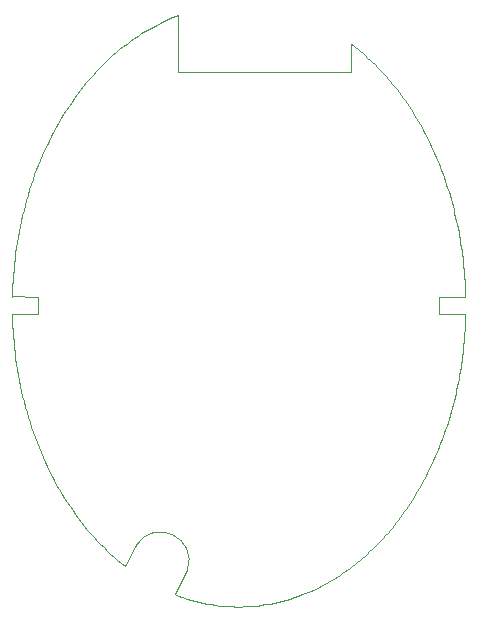
<source format=gm1>
%FSLAX44Y44*%
%MOMM*%
G71*
G01*
G75*
G04 Layer_Color=16711935*
%ADD10C,1.5000*%
%ADD11R,0.8000X0.9000*%
%ADD12R,0.9000X0.8000*%
%ADD13R,1.0500X0.2500*%
%ADD14R,0.2500X1.0500*%
%ADD15R,2.5000X2.5000*%
%ADD16R,1.5000X1.3000*%
%ADD17R,0.8000X1.1000*%
%ADD18R,1.1000X0.8000*%
G04:AMPARAMS|DCode=19|XSize=2.5mm|YSize=2mm|CornerRadius=0.5mm|HoleSize=0mm|Usage=FLASHONLY|Rotation=0.000|XOffset=0mm|YOffset=0mm|HoleType=Round|Shape=RoundedRectangle|*
%AMROUNDEDRECTD19*
21,1,2.5000,1.0000,0,0,0.0*
21,1,1.5000,2.0000,0,0,0.0*
1,1,1.0000,0.7500,-0.5000*
1,1,1.0000,-0.7500,-0.5000*
1,1,1.0000,-0.7500,0.5000*
1,1,1.0000,0.7500,0.5000*
%
%ADD19ROUNDEDRECTD19*%
%ADD20R,2.0000X1.4000*%
%ADD21O,0.3000X2.1000*%
%ADD22O,2.1000X0.3000*%
%ADD23C,0.5000*%
%ADD24C,0.2000*%
%ADD25C,0.7500*%
%ADD26C,0.3000*%
%ADD27C,0.4000*%
%ADD28C,1.5000*%
%ADD29R,1.5000X1.5000*%
%ADD30C,0.8000*%
%ADD31R,1.3000X0.6000*%
%ADD32C,8.0000*%
G04:AMPARAMS|DCode=33|XSize=6mm|YSize=6mm|CornerRadius=1.5mm|HoleSize=0mm|Usage=FLASHONLY|Rotation=300.000|XOffset=0mm|YOffset=0mm|HoleType=Round|Shape=RoundedRectangle|*
%AMROUNDEDRECTD33*
21,1,6.0000,3.0000,0,0,300.0*
21,1,3.0000,6.0000,0,0,300.0*
1,1,3.0000,-0.5490,-2.0490*
1,1,3.0000,-2.0490,0.5490*
1,1,3.0000,0.5490,2.0490*
1,1,3.0000,2.0490,-0.5490*
%
%ADD33ROUNDEDRECTD33*%
%ADD34R,1.0032X1.1032*%
%ADD35R,1.1032X1.0032*%
%ADD36R,1.2532X0.4532*%
%ADD37R,0.4532X1.2532*%
%ADD38R,2.7032X2.7032*%
%ADD39R,1.7032X1.5032*%
%ADD40R,1.0032X1.3032*%
%ADD41R,1.3032X1.0032*%
G04:AMPARAMS|DCode=42|XSize=2.7032mm|YSize=2.2032mm|CornerRadius=0.6016mm|HoleSize=0mm|Usage=FLASHONLY|Rotation=0.000|XOffset=0mm|YOffset=0mm|HoleType=Round|Shape=RoundedRectangle|*
%AMROUNDEDRECTD42*
21,1,2.7032,1.0000,0,0,0.0*
21,1,1.5000,2.2032,0,0,0.0*
1,1,1.2032,0.7500,-0.5000*
1,1,1.2032,-0.7500,-0.5000*
1,1,1.2032,-0.7500,0.5000*
1,1,1.2032,0.7500,0.5000*
%
%ADD42ROUNDEDRECTD42*%
%ADD43R,2.2032X1.6032*%
%ADD44O,0.5032X2.3032*%
%ADD45O,2.3032X0.5032*%
%ADD46C,1.7032*%
%ADD47R,1.7032X1.7032*%
%ADD48C,1.0032*%
%ADD49R,1.5032X0.8032*%
%ADD50C,8.2032*%
G04:AMPARAMS|DCode=51|XSize=6.2032mm|YSize=6.2032mm|CornerRadius=1.6016mm|HoleSize=0mm|Usage=FLASHONLY|Rotation=300.000|XOffset=0mm|YOffset=0mm|HoleType=Round|Shape=RoundedRectangle|*
%AMROUNDEDRECTD51*
21,1,6.2032,3.0000,0,0,300.0*
21,1,3.0000,6.2032,0,0,300.0*
1,1,3.2032,-0.5490,-2.0490*
1,1,3.2032,-2.0490,0.5490*
1,1,3.2032,0.5490,2.0490*
1,1,3.2032,2.0490,-0.5490*
%
%ADD51ROUNDEDRECTD51*%
%ADD52C,0.1000*%
D52*
X956550Y775721D02*
G03*
X913292Y796831I-22766J8224D01*
G01*
X1191830Y989265D02*
X1191917Y992500D01*
X1191712Y986031D02*
X1191830Y989265D01*
X1191563Y982799D02*
X1191712Y986031D01*
X1191383Y979571D02*
X1191563Y982799D01*
X1191172Y976345D02*
X1191383Y979571D01*
X1190931Y973124D02*
X1191172Y976345D01*
X1190658Y969906D02*
X1190931Y973124D01*
X1190355Y966694D02*
X1190658Y969906D01*
X1190022Y963487D02*
X1190355Y966694D01*
X1189657Y960286D02*
X1190022Y963487D01*
X1189262Y957091D02*
X1189657Y960286D01*
X1188837Y953903D02*
X1189262Y957091D01*
X1188381Y950723D02*
X1188837Y953903D01*
X1187895Y947551D02*
X1188381Y950723D01*
X1187378Y944387D02*
X1187895Y947551D01*
X1186832Y941232D02*
X1187378Y944387D01*
X1186255Y938086D02*
X1186832Y941232D01*
X1185648Y934950D02*
X1186255Y938086D01*
X1185011Y931825D02*
X1185648Y934950D01*
X1184344Y928711D02*
X1185011Y931825D01*
X1183648Y925609D02*
X1184344Y928711D01*
X1182922Y922518D02*
X1183648Y925609D01*
X1182167Y919440D02*
X1182922Y922518D01*
X1181382Y916375D02*
X1182167Y919440D01*
X1180568Y913323D02*
X1181382Y916375D01*
X1179725Y910285D02*
X1180568Y913323D01*
X1178853Y907262D02*
X1179725Y910285D01*
X1177952Y904254D02*
X1178853Y907262D01*
X1177022Y901261D02*
X1177952Y904254D01*
X1176064Y898284D02*
X1177022Y901261D01*
X1175078Y895323D02*
X1176064Y898284D01*
X1174063Y892380D02*
X1175078Y895323D01*
X1173020Y889453D02*
X1174063Y892380D01*
X1171949Y886545D02*
X1173020Y889453D01*
X1170851Y883655D02*
X1171949Y886545D01*
X1169725Y880783D02*
X1170851Y883655D01*
X1168572Y877931D02*
X1169725Y880783D01*
X1167391Y875098D02*
X1168572Y877931D01*
X1166184Y872286D02*
X1167391Y875098D01*
X1164950Y869494D02*
X1166184Y872286D01*
X1163689Y866723D02*
X1164950Y869494D01*
X1162402Y863974D02*
X1163689Y866723D01*
X1161088Y861247D02*
X1162402Y863974D01*
X1159749Y858542D02*
X1161088Y861247D01*
X1158384Y855859D02*
X1159749Y858542D01*
X1156993Y853200D02*
X1158384Y855859D01*
X1155577Y850565D02*
X1156993Y853200D01*
X1154136Y847954D02*
X1155577Y850565D01*
X1152670Y845367D02*
X1154136Y847954D01*
X1151180Y842805D02*
X1152670Y845367D01*
X1149665Y840269D02*
X1151180Y842805D01*
X1148126Y837758D02*
X1149665Y840269D01*
X1146563Y835273D02*
X1148126Y837758D01*
X1144977Y832815D02*
X1146563Y835273D01*
X1143367Y830384D02*
X1144977Y832815D01*
X1141734Y827981D02*
X1143367Y830384D01*
X1140078Y825605D02*
X1141734Y827981D01*
X1138400Y823257D02*
X1140078Y825605D01*
X1136699Y820937D02*
X1138400Y823257D01*
X1134976Y818647D02*
X1136699Y820937D01*
X1133232Y816385D02*
X1134976Y818647D01*
X1131466Y814154D02*
X1133232Y816385D01*
X1129679Y811952D02*
X1131466Y814154D01*
X1127871Y809781D02*
X1129679Y811952D01*
X1126042Y807640D02*
X1127871Y809781D01*
X1124193Y805530D02*
X1126042Y807640D01*
X1122324Y803452D02*
X1124193Y805530D01*
X1120435Y801405D02*
X1122324Y803452D01*
X1118527Y799390D02*
X1120435Y801405D01*
X1116600Y797408D02*
X1118527Y799390D01*
X1114654Y795458D02*
X1116600Y797408D01*
X1112689Y793541D02*
X1114654Y795458D01*
X1110707Y791658D02*
X1112689Y793541D01*
X1108706Y789808D02*
X1110707Y791658D01*
X1106688Y787992D02*
X1108706Y789808D01*
X1104653Y786210D02*
X1106688Y787992D01*
X1102601Y784462D02*
X1104653Y786210D01*
X1100532Y782750D02*
X1102601Y784462D01*
X1098447Y781072D02*
X1100532Y782750D01*
X1096347Y779430D02*
X1098447Y781072D01*
X1094230Y777823D02*
X1096347Y779430D01*
X1092099Y776252D02*
X1094230Y777823D01*
X1089953Y774717D02*
X1092099Y776252D01*
X1087792Y773219D02*
X1089953Y774717D01*
X1085617Y771757D02*
X1087792Y773219D01*
X1083428Y770331D02*
X1085617Y771757D01*
X1081226Y768943D02*
X1083428Y770331D01*
X1079011Y767592D02*
X1081226Y768943D01*
X1076783Y766279D02*
X1079011Y767592D01*
X1074542Y765003D02*
X1076783Y766279D01*
X1072290Y763765D02*
X1074542Y765003D01*
X1070026Y762565D02*
X1072290Y763765D01*
X1067751Y761403D02*
X1070026Y762565D01*
X1065464Y760280D02*
X1067751Y761403D01*
X1063167Y759195D02*
X1065464Y760280D01*
X1060861Y758150D02*
X1063167Y759195D01*
X1058544Y757143D02*
X1060861Y758150D01*
X1056217Y756176D02*
X1058544Y757143D01*
X1053882Y755247D02*
X1056217Y756176D01*
X808083Y1007500D02*
X808218Y1012162D01*
X808418Y1016820D01*
X808682Y1021473D01*
X809010Y1026118D01*
X809401Y1030754D01*
X809857Y1035380D01*
X810376Y1039995D01*
X810959Y1044596D01*
X811605Y1049182D01*
X812314Y1053751D01*
X813086Y1058303D01*
X813920Y1062835D01*
X814817Y1067346D01*
X815776Y1071834D01*
X816796Y1076299D01*
X817878Y1080738D01*
X819020Y1085150D01*
X820224Y1089533D01*
X821487Y1093886D01*
X822810Y1098208D01*
X824193Y1102497D01*
X825634Y1106752D01*
X827134Y1110971D01*
X828692Y1115153D01*
X830307Y1119296D01*
X831978Y1123400D01*
X833706Y1127462D01*
X835490Y1131481D01*
X837329Y1135457D01*
X839222Y1139387D01*
X841169Y1143270D01*
X843169Y1147105D01*
X845222Y1150892D01*
X847327Y1154627D01*
X849482Y1158311D01*
X851688Y1161942D01*
X853944Y1165519D01*
X856248Y1169040D01*
X858601Y1172505D01*
X861001Y1175912D01*
X863448Y1179260D01*
X865940Y1182548D01*
X868477Y1185775D01*
X871058Y1188940D01*
X873682Y1192041D01*
X876349Y1195078D01*
X879057Y1198050D01*
X881806Y1200956D01*
X884594Y1203794D01*
X887420Y1206564D01*
X890285Y1209265D01*
X893186Y1211896D01*
X896123Y1214456D01*
X899094Y1216945D01*
X902100Y1219360D01*
X905138Y1221702D01*
X908208Y1223970D01*
X911309Y1226163D01*
X914439Y1228280D01*
X917598Y1230321D01*
X920784Y1232285D01*
X923998Y1234171D01*
X927236Y1235978D01*
X930499Y1237707D01*
X933785Y1239356D01*
X937094Y1240925D01*
X940423Y1242413D01*
X943772Y1243820D01*
X947140Y1245146D01*
X948794Y1245753D01*
X1050474Y753969D02*
X1053882Y755247D01*
X1047050Y752775D02*
X1050474Y753969D01*
X1043609Y751664D02*
X1047050Y752775D01*
X1040153Y750639D02*
X1043609Y751664D01*
X1036684Y749697D02*
X1040153Y750639D01*
X1033202Y748841D02*
X1036684Y749697D01*
X1029709Y748071D02*
X1033202Y748841D01*
X1026206Y747386D02*
X1029709Y748071D01*
X1022693Y746787D02*
X1026206Y747386D01*
X1019174Y746274D02*
X1022693Y746787D01*
X1015647Y745848D02*
X1019174Y746274D01*
X1012115Y745508D02*
X1015647Y745848D01*
X1008580Y745255D02*
X1012115Y745508D01*
X1005041Y745088D02*
X1008580Y745255D01*
X1001500Y745008D02*
X1005041Y745088D01*
X997959Y745014D02*
X1001500Y745008D01*
X994419Y745108D02*
X997959Y745014D01*
X990881Y745288D02*
X994419Y745108D01*
X987346Y745554D02*
X990881Y745288D01*
X983814Y745908D02*
X987346Y745554D01*
X980289Y746347D02*
X983814Y745908D01*
X976770Y746873D02*
X980289Y746347D01*
X973260Y747485D02*
X976770Y746873D01*
X969758Y748183D02*
X973260Y747485D01*
X966266Y748967D02*
X969758Y748183D01*
X962786Y749836D02*
X966266Y748967D01*
X959319Y750789D02*
X962786Y749836D01*
X955865Y751828D02*
X959319Y750789D01*
X952427Y752952D02*
X955865Y751828D01*
X949005Y754159D02*
X952427Y752952D01*
X946120Y755252D02*
X949005Y754159D01*
X903431Y779602D02*
X903912Y779238D01*
X900387Y782004D02*
X903431Y779602D01*
X897377Y784481D02*
X900387Y782004D01*
X894401Y787032D02*
X897377Y784481D01*
X891462Y789654D02*
X894401Y787032D01*
X888560Y792348D02*
X891462Y789654D01*
X885695Y795113D02*
X888560Y792348D01*
X882870Y797948D02*
X885695Y795113D01*
X880084Y800851D02*
X882870Y797948D01*
X877339Y803822D02*
X880084Y800851D01*
X874636Y806860D02*
X877339Y803822D01*
X871976Y809963D02*
X874636Y806860D01*
X869359Y813131D02*
X871976Y809963D01*
X866786Y816363D02*
X869359Y813131D01*
X864259Y819657D02*
X866786Y816363D01*
X861778Y823012D02*
X864259Y819657D01*
X859344Y826428D02*
X861778Y823012D01*
X856957Y829902D02*
X859344Y826428D01*
X854620Y833435D02*
X856957Y829902D01*
X852332Y837024D02*
X854620Y833435D01*
X850094Y840668D02*
X852332Y837024D01*
X847907Y844367D02*
X850094Y840668D01*
X845772Y848119D02*
X847907Y844367D01*
X843689Y851922D02*
X845772Y848119D01*
X841659Y855776D02*
X843689Y851922D01*
X839684Y859678D02*
X841659Y855776D01*
X837763Y863629D02*
X839684Y859678D01*
X835897Y867626D02*
X837763Y863629D01*
X834086Y871668D02*
X835897Y867626D01*
X832333Y875753D02*
X834086Y871668D01*
X830636Y879881D02*
X832333Y875753D01*
X828997Y884050D02*
X830636Y879881D01*
X827416Y888258D02*
X828997Y884050D01*
X825894Y892504D02*
X827416Y888258D01*
X824431Y896786D02*
X825894Y892504D01*
X823027Y901104D02*
X824431Y896786D01*
X821684Y905456D02*
X823027Y901104D01*
X820402Y909839D02*
X821684Y905456D01*
X819180Y914253D02*
X820402Y909839D01*
X818020Y918697D02*
X819180Y914253D01*
X816922Y923168D02*
X818020Y918697D01*
X815887Y927665D02*
X816922Y923168D01*
X814914Y932187D02*
X815887Y927665D01*
X814003Y936732D02*
X814914Y932187D01*
X813157Y941298D02*
X814003Y936732D01*
X812373Y945884D02*
X813157Y941298D01*
X811654Y950489D02*
X812373Y945884D01*
X810998Y955111D02*
X811654Y950489D01*
X810407Y959748D02*
X810998Y955111D01*
X809880Y964398D02*
X810407Y959748D01*
X809418Y969061D02*
X809880Y964398D01*
X809021Y973734D02*
X809418Y969061D01*
X808689Y978416D02*
X809021Y973734D01*
X808422Y983105D02*
X808689Y978416D01*
X808220Y987801D02*
X808422Y983105D01*
X808083Y992500D02*
X808220Y987801D01*
X1094998Y1221595D02*
X1096559Y1220406D01*
X1098683Y1218740D01*
X1100791Y1217038D01*
X1102883Y1215301D01*
X1104957Y1213527D01*
X1107014Y1211719D01*
X1109053Y1209875D01*
X1111075Y1207997D01*
X1113078Y1206084D01*
X1115062Y1204137D01*
X1117028Y1202157D01*
X1118973Y1200143D01*
X1120900Y1198097D01*
X1122806Y1196017D01*
X1124693Y1193905D01*
X1126558Y1191762D01*
X1128403Y1189586D01*
X1130226Y1187379D01*
X1132028Y1185142D01*
X1133809Y1182873D01*
X1135567Y1180575D01*
X1137302Y1178247D01*
X1139015Y1175889D01*
X1140705Y1173502D01*
X1142372Y1171087D01*
X1144016Y1168643D01*
X1145635Y1166172D01*
X1147231Y1163673D01*
X1148802Y1161147D01*
X1150349Y1158595D01*
X1151871Y1156016D01*
X1153367Y1153411D01*
X1154839Y1150781D01*
X1156285Y1148127D01*
X1157705Y1145448D01*
X1159099Y1142745D01*
X1160467Y1140018D01*
X1161808Y1137268D01*
X1163123Y1134495D01*
X1164410Y1131701D01*
X1165671Y1128884D01*
X1166904Y1126047D01*
X1168110Y1123188D01*
X1169287Y1120309D01*
X1170437Y1117411D01*
X1171559Y1114492D01*
X1172653Y1111555D01*
X1173718Y1108600D01*
X1174754Y1105627D01*
X1175761Y1102636D01*
X1176740Y1099628D01*
X1177689Y1096604D01*
X1178609Y1093564D01*
X1179499Y1090508D01*
X1180360Y1087438D01*
X1181191Y1084353D01*
X1181992Y1081254D01*
X1182763Y1078142D01*
X1183504Y1075016D01*
X1184215Y1071879D01*
X1184895Y1068729D01*
X1185544Y1065569D01*
X1186163Y1062397D01*
X1186752Y1059215D01*
X1187309Y1056023D01*
X1187836Y1052822D01*
X1188331Y1049613D01*
X1188795Y1046395D01*
X1189229Y1043169D01*
X1189631Y1039937D01*
X1190002Y1036698D01*
X1190341Y1033452D01*
X1190649Y1030201D01*
X1190925Y1026946D01*
X1191170Y1023685D01*
X1191383Y1020421D01*
X1191565Y1017154D01*
X1191715Y1013883D01*
X1191834Y1010611D01*
X1191921Y1007336D01*
X808085Y1007604D02*
X830000Y1007500D01*
X808083Y992500D02*
X830000D01*
Y1007500D01*
X1170000D02*
X1191917D01*
X1170000Y992500D02*
X1191917D01*
X1170000D02*
Y1007500D01*
X903909Y779233D02*
X913292Y796831D01*
X1095000Y1198000D02*
Y1221598D01*
X948790Y1198000D02*
X1095000D01*
X946118Y755247D02*
X956550Y775721D01*
X948790Y1198000D02*
Y1245763D01*
M02*

</source>
